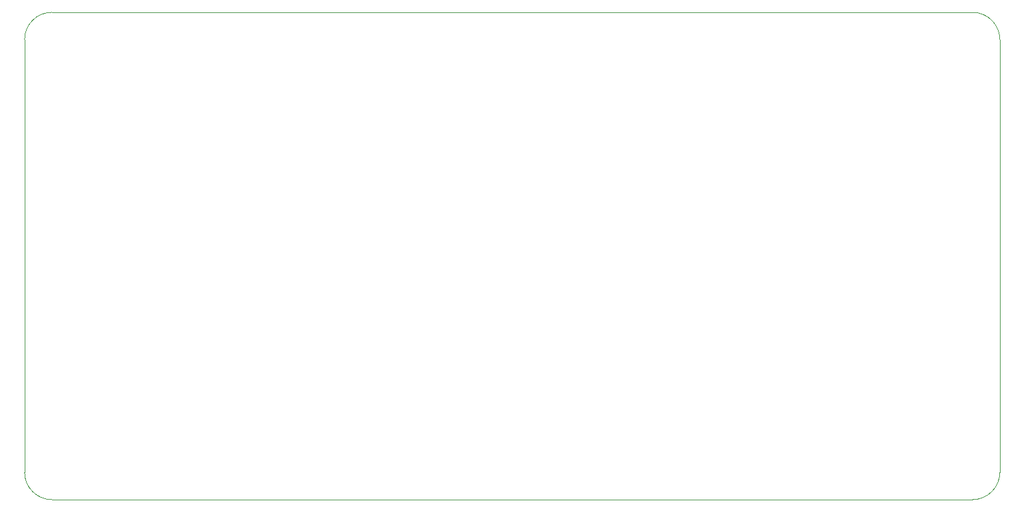
<source format=gm1>
G04 #@! TF.GenerationSoftware,KiCad,Pcbnew,5.1.5+dfsg1-2build2*
G04 #@! TF.CreationDate,2022-05-26T11:06:16-04:00*
G04 #@! TF.ProjectId,feather_valve_driver,66656174-6865-4725-9f76-616c76655f64,rev?*
G04 #@! TF.SameCoordinates,Original*
G04 #@! TF.FileFunction,Profile,NP*
%FSLAX46Y46*%
G04 Gerber Fmt 4.6, Leading zero omitted, Abs format (unit mm)*
G04 Created by KiCad (PCBNEW 5.1.5+dfsg1-2build2) date 2022-05-26 11:06:16*
%MOMM*%
%LPD*%
G04 APERTURE LIST*
%ADD10C,0.050000*%
G04 APERTURE END LIST*
D10*
X33020000Y-115824000D02*
X33020000Y-59436000D01*
X156464000Y-119380000D02*
X36576000Y-119380000D01*
X160020000Y-59436000D02*
X160020000Y-115824000D01*
X36576000Y-55880000D02*
X156464000Y-55880000D01*
X156464000Y-55880000D02*
G75*
G02X160020000Y-59436000I0J-3556000D01*
G01*
X160020000Y-115824000D02*
G75*
G02X156464000Y-119380000I-3556000J0D01*
G01*
X36576000Y-119380000D02*
G75*
G02X33020000Y-115824000I0J3556000D01*
G01*
X33020000Y-59436000D02*
G75*
G02X36576000Y-55880000I3556000J0D01*
G01*
M02*

</source>
